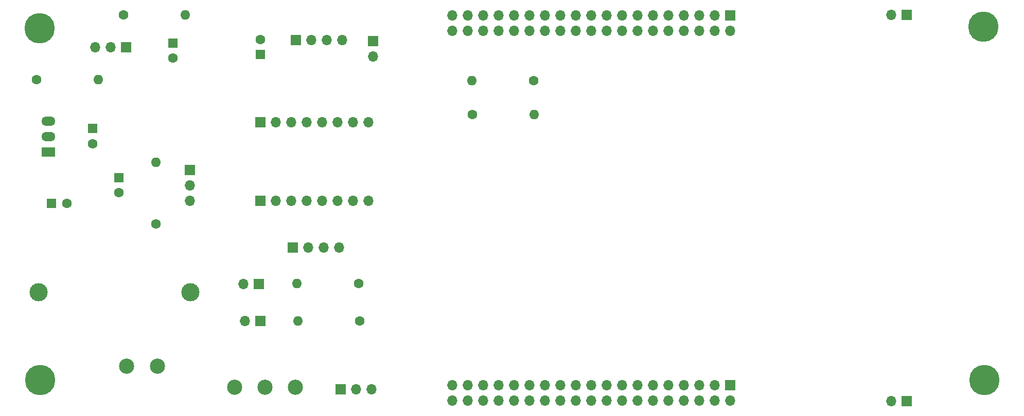
<source format=gbr>
%TF.GenerationSoftware,KiCad,Pcbnew,6.0.2+dfsg-1*%
%TF.CreationDate,2023-04-17T17:17:59+02:00*%
%TF.ProjectId,TransportPlatform_PCB,5472616e-7370-46f7-9274-506c6174666f,rev?*%
%TF.SameCoordinates,Original*%
%TF.FileFunction,Soldermask,Bot*%
%TF.FilePolarity,Negative*%
%FSLAX46Y46*%
G04 Gerber Fmt 4.6, Leading zero omitted, Abs format (unit mm)*
G04 Created by KiCad (PCBNEW 6.0.2+dfsg-1) date 2023-04-17 17:17:59*
%MOMM*%
%LPD*%
G01*
G04 APERTURE LIST*
%ADD10C,1.600000*%
%ADD11O,1.600000X1.600000*%
%ADD12C,2.500000*%
%ADD13R,1.700000X1.700000*%
%ADD14O,1.700000X1.700000*%
%ADD15C,5.000000*%
%ADD16R,1.600000X1.600000*%
%ADD17C,3.000000*%
%ADD18R,2.300000X1.500000*%
%ADD19O,2.300000X1.500000*%
G04 APERTURE END LIST*
D10*
%TO.C,R5*%
X125603000Y-39497000D03*
D11*
X115443000Y-39497000D03*
%TD*%
D10*
%TO.C,R2*%
X115570000Y-45085000D03*
D11*
X125730000Y-45085000D03*
%TD*%
D12*
%TO.C,J17*%
X58674000Y-86570000D03*
X63754000Y-86570000D03*
%TD*%
D13*
%TO.C,J8*%
X80645000Y-59355000D03*
D14*
X83185000Y-59355000D03*
X85725000Y-59355000D03*
X88265000Y-59355000D03*
X90805000Y-59355000D03*
X93345000Y-59355000D03*
X95885000Y-59355000D03*
X98425000Y-59355000D03*
%TD*%
D13*
%TO.C,J10*%
X86497000Y-32868000D03*
D14*
X89037000Y-32868000D03*
X91577000Y-32868000D03*
X94117000Y-32868000D03*
%TD*%
D15*
%TO.C,H4*%
X44450000Y-88900000D03*
%TD*%
D12*
%TO.C,J19*%
X76390000Y-90075000D03*
X81390000Y-90075000D03*
X86390000Y-90075000D03*
%TD*%
D16*
%TO.C,C5*%
X53076000Y-47415887D03*
D10*
X53076000Y-49915887D03*
%TD*%
D13*
%TO.C,JP1*%
X99187000Y-33015000D03*
D14*
X99187000Y-35555000D03*
%TD*%
D15*
%TO.C,H3*%
X199771000Y-88900000D03*
%TD*%
D13*
%TO.C,J11*%
X85979000Y-67056000D03*
D14*
X88519000Y-67056000D03*
X91059000Y-67056000D03*
X93599000Y-67056000D03*
%TD*%
D16*
%TO.C,C1*%
X80645000Y-35241113D03*
D10*
X80645000Y-32741113D03*
%TD*%
D15*
%TO.C,H1*%
X44323000Y-30861000D03*
%TD*%
D17*
%TO.C,F1*%
X44132000Y-74402000D03*
X69132000Y-74402000D03*
%TD*%
D13*
%TO.C,J18*%
X93868000Y-90424000D03*
D14*
X96408000Y-90424000D03*
X98948000Y-90424000D03*
%TD*%
D13*
%TO.C,J16*%
X69088000Y-54244000D03*
D14*
X69088000Y-56784000D03*
X69088000Y-59324000D03*
%TD*%
D10*
%TO.C,R1*%
X43815000Y-39370000D03*
D11*
X53975000Y-39370000D03*
%TD*%
D16*
%TO.C,C2*%
X66294000Y-33338888D03*
D10*
X66294000Y-35838888D03*
%TD*%
%TO.C,R9*%
X63500000Y-63119000D03*
D11*
X63500000Y-52959000D03*
%TD*%
D13*
%TO.C,J9*%
X80645000Y-46355000D03*
D14*
X83185000Y-46355000D03*
X85725000Y-46355000D03*
X88265000Y-46355000D03*
X90805000Y-46355000D03*
X93345000Y-46355000D03*
X95885000Y-46355000D03*
X98425000Y-46355000D03*
%TD*%
D13*
%TO.C,J4*%
X186988000Y-28702000D03*
D14*
X184448000Y-28702000D03*
%TD*%
D15*
%TO.C,H2*%
X199644000Y-30607000D03*
%TD*%
D10*
%TO.C,R3*%
X96837500Y-72961500D03*
D11*
X86677500Y-72961500D03*
%TD*%
D18*
%TO.C,U1*%
X45774000Y-51288000D03*
D19*
X45774000Y-48748000D03*
X45774000Y-46208000D03*
%TD*%
D13*
%TO.C,J3*%
X186988000Y-92329000D03*
D14*
X184448000Y-92329000D03*
%TD*%
D16*
%TO.C,C3*%
X57404000Y-55499000D03*
D10*
X57404000Y-57999000D03*
%TD*%
D16*
%TO.C,C4*%
X46298388Y-59763000D03*
D10*
X48798388Y-59763000D03*
%TD*%
%TO.C,R4*%
X96964500Y-79184500D03*
D11*
X86804500Y-79184500D03*
%TD*%
D10*
%TO.C,R8*%
X58166000Y-28702000D03*
D11*
X68326000Y-28702000D03*
%TD*%
D13*
%TO.C,J15*%
X58547000Y-34036000D03*
D14*
X56007000Y-34036000D03*
X53467000Y-34036000D03*
%TD*%
D13*
%TO.C,J14*%
X80633500Y-79176300D03*
D14*
X78093500Y-79176300D03*
%TD*%
D13*
%TO.C,J13*%
X80384500Y-73080300D03*
D14*
X77844500Y-73080300D03*
%TD*%
D13*
%TO.C,J2*%
X157978000Y-89769000D03*
D14*
X157978000Y-92309000D03*
X155438000Y-89769000D03*
X155438000Y-92309000D03*
X152898000Y-89769000D03*
X152898000Y-92309000D03*
X150358000Y-89769000D03*
X150358000Y-92309000D03*
X147818000Y-89769000D03*
X147818000Y-92309000D03*
X145278000Y-89769000D03*
X145278000Y-92309000D03*
X142738000Y-89769000D03*
X142738000Y-92309000D03*
X140198000Y-89769000D03*
X140198000Y-92309000D03*
X137658000Y-89769000D03*
X137658000Y-92309000D03*
X135118000Y-89769000D03*
X135118000Y-92309000D03*
X132578000Y-89769000D03*
X132578000Y-92309000D03*
X130038000Y-89769000D03*
X130038000Y-92309000D03*
X127498000Y-89769000D03*
X127498000Y-92309000D03*
X124958000Y-89769000D03*
X124958000Y-92309000D03*
X122418000Y-89769000D03*
X122418000Y-92309000D03*
X119878000Y-89769000D03*
X119878000Y-92309000D03*
X117338000Y-89769000D03*
X117338000Y-92309000D03*
X114798000Y-89769000D03*
X114798000Y-92309000D03*
X112258000Y-89769000D03*
X112258000Y-92309000D03*
%TD*%
D13*
%TO.C,J1*%
X157978000Y-28769000D03*
D14*
X157978000Y-31309000D03*
X155438000Y-28769000D03*
X155438000Y-31309000D03*
X152898000Y-28769000D03*
X152898000Y-31309000D03*
X150358000Y-28769000D03*
X150358000Y-31309000D03*
X147818000Y-28769000D03*
X147818000Y-31309000D03*
X145278000Y-28769000D03*
X145278000Y-31309000D03*
X142738000Y-28769000D03*
X142738000Y-31309000D03*
X140198000Y-28769000D03*
X140198000Y-31309000D03*
X137658000Y-28769000D03*
X137658000Y-31309000D03*
X135118000Y-28769000D03*
X135118000Y-31309000D03*
X132578000Y-28769000D03*
X132578000Y-31309000D03*
X130038000Y-28769000D03*
X130038000Y-31309000D03*
X127498000Y-28769000D03*
X127498000Y-31309000D03*
X124958000Y-28769000D03*
X124958000Y-31309000D03*
X122418000Y-28769000D03*
X122418000Y-31309000D03*
X119878000Y-28769000D03*
X119878000Y-31309000D03*
X117338000Y-28769000D03*
X117338000Y-31309000D03*
X114798000Y-28769000D03*
X114798000Y-31309000D03*
X112258000Y-28769000D03*
X112258000Y-31309000D03*
%TD*%
M02*

</source>
